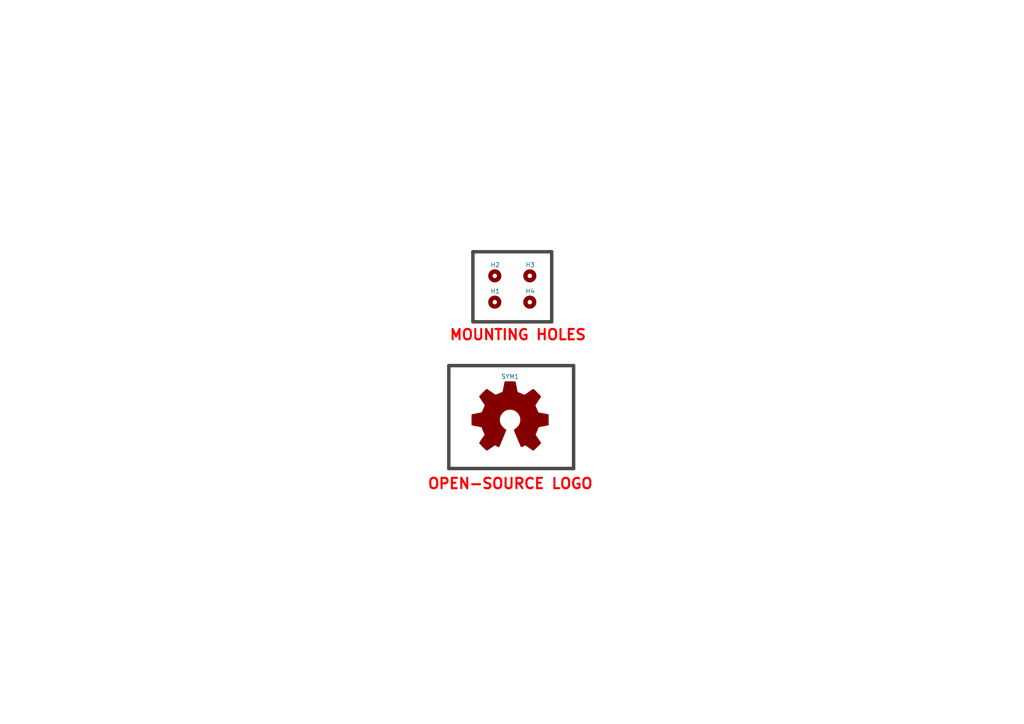
<source format=kicad_sch>
(kicad_sch (version 20230121) (generator eeschema)
  (paper "A4")
  (lib_symbols
    (symbol "ESP32-S3_DB:Logo_Open_Hardware_Large" (in_bom no) (on_board no)
      (symbol "Logo_Open_Hardware_Large_1_1"
        (polyline (pts (xy 6.731 -8.7122) (xy 6.6294 -8.6614) (xy 6.35 -8.4836) (xy 5.9944 -8.255) (xy 5.5372 -7.9502) (xy 5.1054 -7.6454) (xy 4.7498 -7.4168) (xy 4.4958 -7.239) (xy 4.3942 -7.1882) (xy 4.318 -7.2136) (xy 4.1148 -7.3152) (xy 3.81 -7.4676) (xy 3.6322 -7.5692) (xy 3.3528 -7.6708) (xy 3.2258 -7.6962) (xy 3.2004 -7.6708) (xy 3.0988 -7.4676) (xy 2.9464 -7.0866) (xy 2.7178 -6.604) (xy 2.4892 -6.0452) (xy 2.2352 -5.4356) (xy 1.9558 -4.826) (xy 1.7272 -4.2164) (xy 1.4986 -3.683) (xy 1.3208 -3.2512) (xy 1.2192 -2.9464) (xy 1.1684 -2.8194) (xy 1.1938 -2.794) (xy 1.3208 -2.667) (xy 1.5748 -2.4892) (xy 2.0828 -2.0574) (xy 2.6162 -1.397) (xy 2.921 -0.6604) (xy 3.048 0.1524) (xy 2.9464 0.9144) (xy 2.6416 1.6256) (xy 2.1336 2.286) (xy 1.524 2.7686) (xy 0.8128 3.0734) (xy 0 3.175) (xy -0.762 3.0988) (xy -1.4986 2.794) (xy -2.159 2.286) (xy -2.4384 1.9812) (xy -2.8194 1.3208) (xy -3.048 0.6096) (xy -3.0734 0.4318) (xy -3.0226 -0.3556) (xy -2.794 -1.0922) (xy -2.3876 -1.7526) (xy -1.8288 -2.3114) (xy -1.7526 -2.3622) (xy -1.4732 -2.5654) (xy -1.2954 -2.6924) (xy -1.1684 -2.8194) (xy -2.159 -5.207) (xy -2.3114 -5.588) (xy -2.5908 -6.2484) (xy -2.8194 -6.8072) (xy -3.0226 -7.2644) (xy -3.1496 -7.5692) (xy -3.2258 -7.6708) (xy -3.2258 -7.6962) (xy -3.302 -7.6962) (xy -3.4798 -7.6454) (xy -3.8354 -7.4676) (xy -4.0386 -7.366) (xy -4.2926 -7.239) (xy -4.4196 -7.1882) (xy -4.5212 -7.239) (xy -4.7498 -7.3914) (xy -5.1054 -7.6454) (xy -5.5372 -7.9248) (xy -5.9436 -8.2042) (xy -6.3246 -8.4582) (xy -6.604 -8.636) (xy -6.731 -8.7122) (xy -6.7564 -8.7122) (xy -6.858 -8.636) (xy -7.0866 -8.4582) (xy -7.4168 -8.1534) (xy -7.874 -7.6962) (xy -7.9502 -7.62) (xy -8.3312 -7.239) (xy -8.636 -6.9088) (xy -8.8392 -6.6802) (xy -8.9154 -6.5786) (xy -8.9154 -6.5786) (xy -8.8392 -6.4516) (xy -8.6614 -6.1722) (xy -8.4328 -5.7912) (xy -8.128 -5.3594) (xy -7.3152 -4.191) (xy -7.7724 -3.0988) (xy -7.8994 -2.7686) (xy -8.0772 -2.3622) (xy -8.2042 -2.0828) (xy -8.255 -1.9558) (xy -8.382 -1.905) (xy -8.6614 -1.8542) (xy -9.0932 -1.7526) (xy -9.6266 -1.651) (xy -10.1092 -1.5748) (xy -10.541 -1.4732) (xy -10.8712 -1.4224) (xy -11.0236 -1.397) (xy -11.049 -1.3716) (xy -11.0744 -1.2954) (xy -11.0998 -1.143) (xy -11.0998 -0.889) (xy -11.1252 -0.4572) (xy -11.1252 0.1524) (xy -11.1252 0.2286) (xy -11.0998 0.8128) (xy -11.0998 1.27) (xy -11.0744 1.5494) (xy -11.0744 1.6764) (xy -11.0744 1.6764) (xy -10.922 1.7018) (xy -10.6172 1.778) (xy -10.16 1.8542) (xy -9.652 1.9558) (xy -9.6012 1.9812) (xy -9.0932 2.0828) (xy -8.636 2.159) (xy -8.3312 2.2352) (xy -8.2042 2.286) (xy -8.1788 2.3114) (xy -8.0772 2.5146) (xy -7.9248 2.8448) (xy -7.747 3.2512) (xy -7.5692 3.6576) (xy -7.4168 4.0386) (xy -7.3152 4.318) (xy -7.2898 4.445) (xy -7.2898 4.445) (xy -7.366 4.572) (xy -7.5438 4.826) (xy -7.7978 5.207) (xy -8.128 5.6642) (xy -8.128 5.6896) (xy -8.4328 6.1468) (xy -8.6868 6.5278) (xy -8.8392 6.7818) (xy -8.9154 6.9088) (xy -8.9154 6.9088) (xy -8.8138 7.0358) (xy -8.5852 7.2898) (xy -8.255 7.6454) (xy -7.874 8.0264) (xy -7.747 8.1534) (xy -7.3152 8.5852) (xy -7.0104 8.8646) (xy -6.8326 8.9916) (xy -6.731 9.0424) (xy -6.731 9.0424) (xy -6.604 8.9408) (xy -6.3246 8.763) (xy -5.9436 8.509) (xy -5.4864 8.2042) (xy -5.461 8.1788) (xy -5.0038 7.874) (xy -4.6482 7.62) (xy -4.3688 7.4422) (xy -4.2672 7.3914) (xy -4.2418 7.3914) (xy -4.064 7.4422) (xy -3.7338 7.5438) (xy -3.3528 7.6962) (xy -2.9464 7.874) (xy -2.5654 8.0264) (xy -2.286 8.1534) (xy -2.159 8.2296) (xy -2.159 8.2296) (xy -2.1082 8.382) (xy -2.032 8.7122) (xy -1.9304 9.1694) (xy -1.8288 9.7282) (xy -1.8034 9.8044) (xy -1.7018 10.3378) (xy -1.6256 10.7696) (xy -1.5748 11.0744) (xy -1.524 11.2014) (xy -1.4478 11.2268) (xy -1.1938 11.2522) (xy -0.8128 11.2522) (xy -0.3302 11.2522) (xy 0.1524 11.2522) (xy 0.6604 11.2522) (xy 1.0668 11.2268) (xy 1.3716 11.2014) (xy 1.4986 11.176) (xy 1.4986 11.176) (xy 1.5494 11.0236) (xy 1.6256 10.6934) (xy 1.7018 10.2108) (xy 1.8288 9.6774) (xy 1.8288 9.5758) (xy 1.9304 9.0424) (xy 2.032 8.6106) (xy 2.0828 8.3058) (xy 2.1336 8.2042) (xy 2.159 8.1788) (xy 2.3876 8.0772) (xy 2.7432 7.9248) (xy 3.175 7.747) (xy 4.191 7.3406) (xy 5.461 8.2042) (xy 5.5626 8.2804) (xy 6.0198 8.5852) (xy 6.3754 8.8392) (xy 6.6294 8.9916) (xy 6.7564 9.0424) (xy 6.7564 9.0424) (xy 6.8834 8.9408) (xy 7.1374 8.7122) (xy 7.4676 8.382) (xy 7.8486 7.9756) (xy 8.1534 7.6962) (xy 8.4836 7.3406) (xy 8.7122 7.112) (xy 8.8392 6.9596) (xy 8.8646 6.858) (xy 8.8646 6.8072) (xy 8.7884 6.6802) (xy 8.6106 6.4008) (xy 8.3312 6.0198) (xy 8.0264 5.588) (xy 7.7978 5.207) (xy 7.5184 4.8006) (xy 7.3406 4.4958) (xy 7.2898 4.3434) (xy 7.2898 4.2926) (xy 7.3914 4.0386) (xy 7.5184 3.683) (xy 7.7216 3.2258) (xy 8.1534 2.2352) (xy 8.7884 2.1082) (xy 9.1948 2.0574) (xy 9.7536 1.9304) (xy 10.2616 1.8288) (xy 11.0998 1.6764) (xy 11.1252 -1.3208) (xy 10.9982 -1.3716) (xy 10.8712 -1.397) (xy 10.5664 -1.4732) (xy 10.1346 -1.5494) (xy 9.6266 -1.651) (xy 9.1948 -1.7272) (xy 8.7376 -1.8288) (xy 8.4328 -1.8796) (xy 8.2804 -1.905) (xy 8.255 -1.9558) (xy 8.1534 -2.159) (xy 7.9756 -2.5146) (xy 7.8232 -2.921) (xy 7.6454 -3.3274) (xy 7.493 -3.7338) (xy 7.366 -4.0132) (xy 7.3406 -4.191) (xy 7.3914 -4.2926) (xy 7.5692 -4.5466) (xy 7.7978 -4.9276) (xy 8.1026 -5.3594) (xy 8.4074 -5.7912) (xy 8.6614 -6.1722) (xy 8.8138 -6.4262) (xy 8.89 -6.5532) (xy 8.8646 -6.6548) (xy 8.6868 -6.858) (xy 8.3566 -7.1882) (xy 7.874 -7.6708) (xy 7.7978 -7.747) (xy 7.3914 -8.128) (xy 7.0612 -8.4328) (xy 6.8326 -8.636) (xy 6.731 -8.7122)) (fill (type outline)))
      )
    )
    (symbol "ESP32-S3_DB:MountingHole" (pin_names (offset 1.016))
      (property "Reference" "H" (at 0 5.08 0))
      (property "Value" "MountingHole" (at 0 3.175 0))
      (symbol "MountingHole_0_1"
        (circle (center 0 0) (radius 1.27) (stroke (width 1.27)))
      )
    )
  )
  (bus (pts (xy 130.175 106.045) (xy 166.37 106.045)) (stroke (width 1) (color 72 72 72 1)))
  (bus (pts (xy 130.175 135.89) (xy 130.175 106.045)) (stroke (width 1) (color 72 72 72 1)))
  (bus (pts (xy 166.37 106.045) (xy 166.37 135.89)) (stroke (width 1) (color 72 72 72 1)))
  (bus (pts (xy 130.175 135.89) (xy 166.37 135.89)) (stroke (width 1) (color 72 72 72 1)))
  (bus (pts (xy 137.16 93.345) (xy 137.16 73.025)) (stroke (width 1) (color 72 72 72 1)))
  (bus (pts (xy 137.16 93.345) (xy 160.02 93.345)) (stroke (width 1) (color 72 72 72 1)))
  (bus (pts (xy 137.16 73.025) (xy 160.02 73.025)) (stroke (width 1) (color 72 72 72 1)))
  (bus (pts (xy 160.02 73.025) (xy 160.02 93.345)) (stroke (width 1) (color 72 72 72 1)))
  (text "OPEN-SOURCE LOGO" (at 123.825 142.24 0) (effects (font (size 3 3) bold) (justify left bottom)))
  (text "MOUNTING HOLES" (at 130.175 99.06 0) (effects (font (size 3 3) bold) (justify left bottom)))
  (symbol (lib_id "ESP32-S3_DB:MountingHole") (at 143.51 87.63 0) (unit 1)
    (property "Reference" "H1" (at 142.24 84.455 0) (effects (justify left)))
    (property "Value" "MountingHole" (effects hide))
    (instances (project "ESP32-S3_DB" (path "" (reference "H1") (unit 1)) (path "" (reference "H6") (unit 1))))
  )
  (symbol (lib_id "ESP32-S3_DB:MountingHole") (at 153.67 80.01 0) (unit 1)
    (property "Reference" "H3" (at 152.4 76.835 0) (effects (justify left)))
    (property "Value" "MountingHole" (effects hide))
    (instances (project "ESP32-S3_DB" (path "" (reference "H3") (unit 1)) (path "" (reference "H7") (unit 1))))
  )
  (symbol (lib_id "ESP32-S3_DB:MountingHole") (at 153.67 87.63 0) (unit 1)
    (property "Reference" "H4" (at 152.4 84.455 0) (effects (justify left)))
    (property "Value" "MountingHole" (effects hide))
    (instances (project "ESP32-S3_DB" (path "" (reference "H4") (unit 1)) (path "" (reference "H8") (unit 1))))
  )
  (symbol (lib_id "ESP32-S3_DB:Logo_Open_Hardware_Large") (at 147.955 121.92 0) (unit 1) (in_bom no) (on_board no)
    (property "Reference" "SYM1" (at 147.955 109.22 0))
    (property "Value" "Logo_Open_Hardware_Large" (effects hide))
    (property "Footprint" "ESP32-S3_Dev_Board:OSHW-Symbol_6.7x6mm_SilkScreen" (effects hide))
    (property "Sim.Enable" "0" (effects hide))
    (instances (project "ESP32-S3_DB" (path "" (reference "SYM1") (unit 1)) (path "" (reference "SYM2") (unit 1))))
  )
  (symbol (lib_id "ESP32-S3_DB:MountingHole") (at 143.51 80.01 0) (unit 1)
    (property "Reference" "H2" (at 142.24 76.835 0) (effects (justify left)))
    (property "Value" "MountingHole" (effects hide))
    (instances (project "ESP32-S3_DB" (path "" (reference "H2") (unit 1)) (path "" (reference "H5") (unit 1))))
  )
)
</source>
